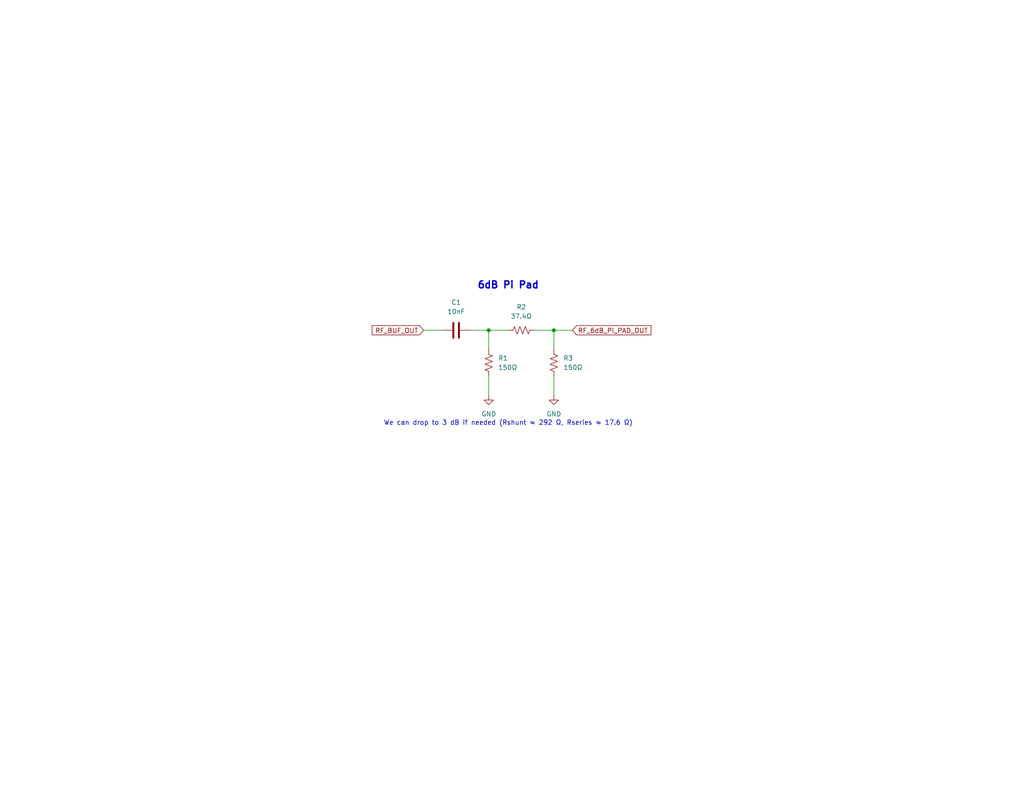
<source format=kicad_sch>
(kicad_sch (version 20250114) (generator "eeschema") (generator_version "9.0")
  (paper "A")
  (title_block (title "6dB Pi Pad") (date "2026-02-04") (rev "0") (company "Lee C. Bussy [AA0NT]"))
  (lib_symbols
    (symbol "Device:C" (pin_numbers (hide yes)) (pin_names (offset 0.254))
      (property "Reference" "C" (at 0.635 2.54 0))
      (property "Value" "C" (at 0.635 -2.54 0))
      (symbol "C_0_1"
        (polyline (pts (xy -2.032 0.762) (xy 2.032 0.762)) (stroke (width 0.508)))
        (polyline (pts (xy -2.032 -0.762) (xy 2.032 -0.762)) (stroke (width 0.508)))
      )
      (symbol "C_1_1"
        (pin passive line (at 0 3.81 270) (length 2.794) (name "~") (number "1"))
        (pin passive line (at 0 -3.81 90) (length 2.794) (name "~") (number "2"))
      )
    )
    (symbol "Device:R_US" (pin_numbers (hide yes)) (pin_names (offset 0))
      (property "Reference" "R" (at 2.54 0 90))
      (property "Value" "R_US" (at -2.54 0 90))
      (symbol "R_US_0_1"
        (polyline (pts (xy 0 2.286) (xy 0 2.54)))
        (polyline (pts (xy 0 2.286) (xy 1.016 1.905) (xy 0 1.524) (xy -1.016 1.143) (xy 0 0.762)))
        (polyline (pts (xy 0 0.762) (xy 1.016 0.381) (xy 0 0) (xy -1.016 -0.381) (xy 0 -0.762)))
        (polyline (pts (xy 0 -0.762) (xy 1.016 -1.143) (xy 0 -1.524) (xy -1.016 -1.905) (xy 0 -2.286)))
        (polyline (pts (xy 0 -2.286) (xy 0 -2.54)))
      )
      (symbol "R_US_1_1"
        (pin passive line (at 0 3.81 270) (length 1.27) (name "~") (number "1"))
        (pin passive line (at 0 -3.81 90) (length 1.27) (name "~") (number "2"))
      )
    )
    (symbol "power:GND" (power) (pin_numbers (hide yes)) (pin_names (offset 0) (hide yes))
      (property "Value" "GND" (at 0 -3.81 0))
      (symbol "GND_0_1"
        (polyline (pts (xy 0 0) (xy 0 -1.27) (xy 1.27 -1.27) (xy 0 -2.54) (xy -1.27 -1.27) (xy 0 -1.27)))
      )
      (symbol "GND_1_1"
        (pin power_in line (at 0 0 270) (length 0) (name "~") (number "1"))
      )
    )
  )
  (text "6dB Pi Pad" (at 138.684 77.978 0) (effects (font (size 1.905 1.905) (thickness 0.381) (bold yes))))
  (text "We can drop to 3 dB if needed (Rshunt ≈ 292 Ω, Rseries ≈ 17.6 Ω)" (at 138.684 115.57 0) (effects (font (size 1.27 1.27) (thickness 0.1588))))
  (junction (at 133.35 90.17))
  (junction (at 151.13 90.17))
  (wire (pts (xy 133.35 90.17) (xy 133.35 95.25)))
  (wire (pts (xy 133.35 102.87) (xy 133.35 107.95)))
  (wire (pts (xy 146.05 90.17) (xy 151.13 90.17)))
  (wire (pts (xy 128.27 90.17) (xy 133.35 90.17)))
  (wire (pts (xy 151.13 102.87) (xy 151.13 107.95)))
  (wire (pts (xy 151.13 90.17) (xy 151.13 95.25)))
  (wire (pts (xy 115.57 90.17) (xy 120.65 90.17)))
  (wire (pts (xy 151.13 90.17) (xy 156.21 90.17)))
  (wire (pts (xy 133.35 90.17) (xy 138.43 90.17)))
  (global_label "RF_6dB_Pi_PAD_OUT" (shape input) (at 156.21 90.17 0) (effects (font (thickness 0.1588))) (property "Intersheetrefs" "${INTERSHEET_REFS}" (effects (hide yes))))
  (global_label "RF_BUF_OUT" (shape input) (at 115.57 90.17 180) (effects (font (thickness 0.1588))) (property "Intersheetrefs" "${INTERSHEET_REFS}" (effects (hide yes))))
  (symbol (lib_id "power:GND") (at 151.13 107.95 0) (unit 1)
    (property "Reference" "#PWR02" (effects (hide yes)))
    (property "Value" "GND" (at 151.13 113.03 0))
    (property "Description" "Power symbol creates a global label with name \"GND\" , ground" (effects (hide yes)))
  )
  (symbol (lib_id "Device:R_US") (at 133.35 99.06 0) (unit 1)
    (property "Reference" "R1" (at 135.89 97.7899 0) (effects (justify left)))
    (property "Value" "150Ω" (at 135.89 100.3299 0) (effects (justify left)))
    (property "Footprint" "Resistor_SMD:R_0603_1608Metric" (effects (hide yes)))
    (property "Description" "Resistor, US symbol" (effects (hide yes)))
  )
  (symbol (lib_id "Device:R_US") (at 142.24 90.17 90) (unit 1)
    (property "Reference" "R2" (at 142.24 83.82 90))
    (property "Value" "37.4Ω" (at 142.24 86.36 90))
    (property "Footprint" "Resistor_SMD:R_0603_1608Metric" (effects (hide yes)))
    (property "Description" "Resistor, US symbol" (effects (hide yes)))
  )
  (symbol (lib_id "power:GND") (at 133.35 107.95 0) (unit 1)
    (property "Reference" "#PWR01" (effects (hide yes)))
    (property "Value" "GND" (at 133.35 113.03 0))
    (property "Description" "Power symbol creates a global label with name \"GND\" , ground" (effects (hide yes)))
  )
  (symbol (lib_id "Device:R_US") (at 151.13 99.06 0) (unit 1)
    (property "Reference" "R3" (at 153.67 97.7899 0) (effects (justify left)))
    (property "Value" "150Ω" (at 159.004 100.33 0) (effects (justify right)))
    (property "Footprint" "Resistor_SMD:R_0603_1608Metric" (effects (hide yes)))
    (property "Description" "Resistor, US symbol" (effects (hide yes)))
  )
  (symbol (lib_id "Device:C") (at 124.46 90.17 90) (unit 1)
    (property "Reference" "C1" (at 124.46 82.55 90))
    (property "Value" "10nF" (at 124.46 85.09 90))
    (property "Footprint" "Capacitor_SMD:C_0805_2012Metric" (effects (hide yes)))
    (property "Description" "Unpolarized capacitor" (effects (hide yes)))
  )
)
</source>
